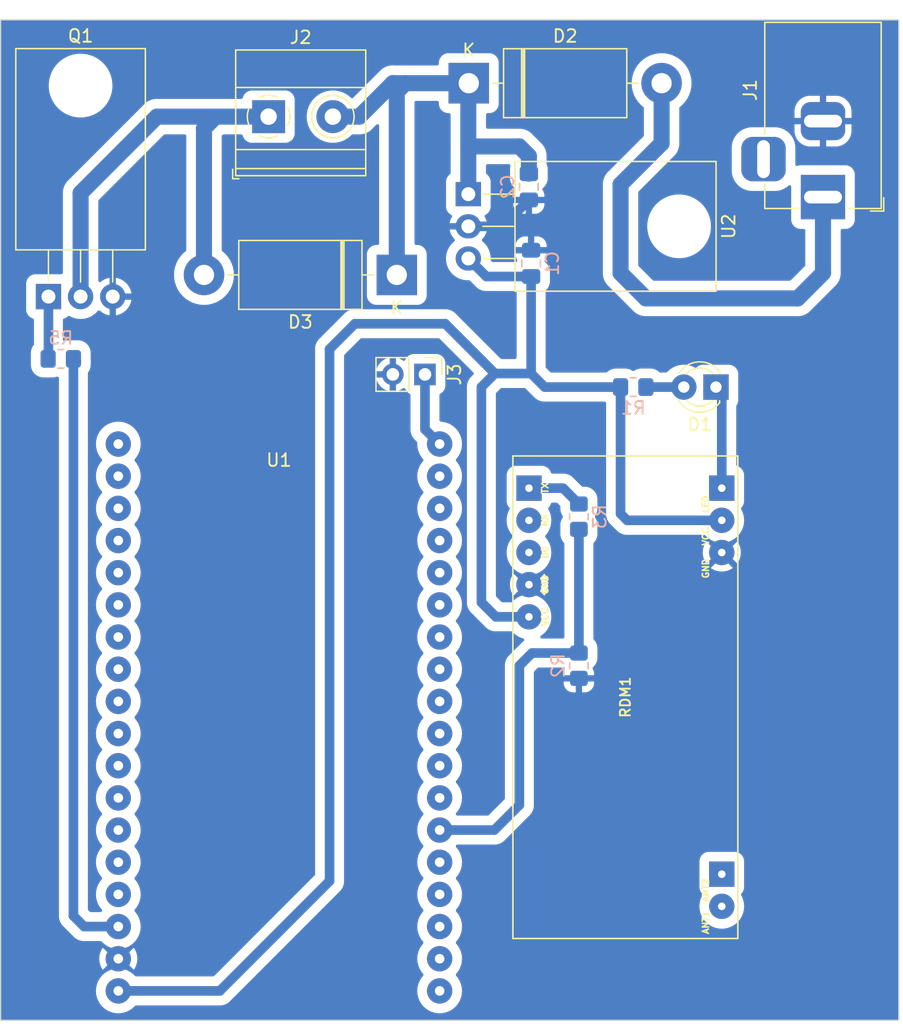
<source format=kicad_pcb>
(kicad_pcb (version 20221018) (generator pcbnew)
  (layers (0 "F.Cu" signal) (31 "B.Cu" signal) (34 "B.Paste" user) (35 "F.Paste" user) (36 "B.SilkS" user "B.Silkscreen") (37 "F.SilkS" user "F.Silkscreen") (38 "B.Mask" user) (39 "F.Mask" user) (44 "Edge.Cuts" user))
  (net 0 "")
  (net 14 "OPEN_BUTTON")
  (net 35 "Net-(D1-K)")
  (net 36 "Net-(D1-A)")
  (net 37 "+5V")
  (net 38 "Net-(U1-GPIO15_ADC2-CH3_HSPI-CS0_RTC-GPIO13)")
  (net 39 "GND")
  (net 40 "Net-(R3-Pad2)")
  (net 41 "+12V")
  (net 42 "Net-(D2-A)")
  (net 43 "Net-(D3-A)")
  (net 44 "Net-(Q1-B)")
  (net 45 "OPEN")
  (net 46 "unconnected-(U1-GPIO8_SDI{slash}SD1-Pad22)")
  (footprint "Diode_THT:D_DO-201AD_P15.24mm_Horizontal" (layer "F.Cu") (at 120.0026 55.0052)
    (fp_text reference "D2" (at 7.62 -3.72) (layer "F.SilkS"))
    (fp_text value "1N5401")
    (fp_text user "K" (at 0 -2.6) (layer "F.SilkS"))
    (fp_line (start 1.84 0) (end 2.75 0) (stroke (width 0.12)) (layer "F.SilkS"))
    (fp_line (start 2.75 -2.72) (end 2.75 2.72) (stroke (width 0.12)) (layer "F.SilkS"))
    (fp_line (start 2.75 2.72) (end 12.49 2.72) (stroke (width 0.12)) (layer "F.SilkS"))
    (fp_line (start 4.175 -2.72) (end 4.175 2.72) (stroke (width 0.12)) (layer "F.SilkS"))
    (fp_line (start 4.295 -2.72) (end 4.295 2.72) (stroke (width 0.12)) (layer "F.SilkS"))
    (fp_line (start 4.415 -2.72) (end 4.415 2.72) (stroke (width 0.12)) (layer "F.SilkS"))
    (fp_line (start 12.49 -2.72) (end 2.75 -2.72) (stroke (width 0.12)) (layer "F.SilkS"))
    (fp_line (start 12.49 2.72) (end 12.49 -2.72) (stroke (width 0.12)) (layer "F.SilkS"))
    (fp_line (start 13.4 0) (end 12.49 0) (stroke (width 0.12)) (layer "F.SilkS"))
    (pad "1" thru_hole rect (at 0 0) (size 3.2 3.2) (drill 1.6) (layers "*.Cu" "*.Mask") (net 41 "+12V"))
    (pad "2" thru_hole oval (at 15.24 0) (size 3.2 3.2) (drill 1.6) (layers "*.Cu" "*.Mask") (net 42 "Net-(D2-A)"))
  )
  (footprint "LED_THT:LED_D3.0mm" (layer "F.Cu") (at 139.54 79 180)
    (fp_text reference "D1" (at 1.27 -2.96) (layer "F.SilkS"))
    (fp_text value "LED")
    (fp_line (start -0.29 -1.236) (end -0.29 -1.08) (stroke (width 0.12)) (layer "F.SilkS"))
    (fp_line (start -0.29 1.08) (end -0.29 1.236) (stroke (width 0.12)) (layer "F.SilkS"))
    (fp_arc (start -0.29 -1.235516) (mid 1.366487 -1.987659) (end 2.942335 -1.078608) (stroke (width 0.12)) (layer "F.SilkS"))
    (fp_arc (start 0.229039 -1.08) (mid 1.270117 -1.5) (end 2.31113 -1.079837) (stroke (width 0.12)) (layer "F.SilkS"))
    (fp_arc (start 2.31113 1.079837) (mid 1.270117 1.5) (end 0.229039 1.08) (stroke (width 0.12)) (layer "F.SilkS"))
    (fp_arc (start 2.942335 1.078608) (mid 1.366487 1.987659) (end -0.29 1.235516) (stroke (width 0.12)) (layer "F.SilkS"))
    (pad "1" thru_hole rect (at 0 0 180) (size 2 2) (drill 0.9) (layers "*.Cu" "*.Mask") (net 35 "Net-(D1-K)"))
    (pad "2" thru_hole circle (at 2.54 0 180) (size 2 2) (drill 0.9) (layers "*.Cu" "*.Mask") (net 36 "Net-(D1-A)"))
  )
  (footprint "Diode_THT:D_DO-201AD_P15.24mm_Horizontal" (layer "F.Cu") (at 114.313 70.1436 180)
    (fp_text reference "D3" (at 7.62 -3.72) (layer "F.SilkS"))
    (fp_text value "1N5401")
    (fp_text user "K" (at 0 -2.6) (layer "F.SilkS"))
    (fp_line (start 1.84 0) (end 2.75 0) (stroke (width 0.12)) (layer "F.SilkS"))
    (fp_line (start 2.75 -2.72) (end 2.75 2.72) (stroke (width 0.12)) (layer "F.SilkS"))
    (fp_line (start 2.75 2.72) (end 12.49 2.72) (stroke (width 0.12)) (layer "F.SilkS"))
    (fp_line (start 4.175 -2.72) (end 4.175 2.72) (stroke (width 0.12)) (layer "F.SilkS"))
    (fp_line (start 4.295 -2.72) (end 4.295 2.72) (stroke (width 0.12)) (layer "F.SilkS"))
    (fp_line (start 4.415 -2.72) (end 4.415 2.72) (stroke (width 0.12)) (layer "F.SilkS"))
    (fp_line (start 12.49 -2.72) (end 2.75 -2.72) (stroke (width 0.12)) (layer "F.SilkS"))
    (fp_line (start 12.49 2.72) (end 12.49 -2.72) (stroke (width 0.12)) (layer "F.SilkS"))
    (fp_line (start 13.4 0) (end 12.49 0) (stroke (width 0.12)) (layer "F.SilkS"))
    (pad "1" thru_hole rect (at 0 0 180) (size 3.2 3.2) (drill 1.6) (layers "*.Cu" "*.Mask") (net 41 "+12V"))
    (pad "2" thru_hole oval (at 15.24 0 180) (size 3.2 3.2) (drill 1.6) (layers "*.Cu" "*.Mask") (net 43 "Net-(D3-A)"))
  )
  (footprint "Connector_PinHeader_2.54mm:PinHeader_1x02_P2.54mm_Vertical" (layer "F.Cu") (at 116.54 78 -90)
    (fp_text reference "J3" (at 0 -2.33 90) (layer "F.SilkS"))
    (fp_text value "Conn_01x02_Pin")
    (fp_line (start -1.33 -1.33) (end 0 -1.33) (stroke (width 0.12)) (layer "F.SilkS"))
    (fp_line (start -1.33 0) (end -1.33 -1.33) (stroke (width 0.12)) (layer "F.SilkS"))
    (fp_line (start -1.33 1.27) (end -1.33 3.87) (stroke (width 0.12)) (layer "F.SilkS"))
    (fp_line (start -1.33 1.27) (end 1.33 1.27) (stroke (width 0.12)) (layer "F.SilkS"))
    (fp_line (start -1.33 3.87) (end 1.33 3.87) (stroke (width 0.12)) (layer "F.SilkS"))
    (fp_line (start 1.33 1.27) (end 1.33 3.87) (stroke (width 0.12)) (layer "F.SilkS"))
    (pad "1" thru_hole rect (at 0 0 270) (size 1.7 1.7) (drill 1) (layers "*.Cu" "*.Mask") (net 14 "OPEN_BUTTON"))
    (pad "2" thru_hole oval (at 0 2.54 270) (size 1.7 1.7) (drill 1) (layers "*.Cu" "*.Mask") (net 39 "GND"))
  )
  (footprint "esp32-devkit:ESP32-DOIT-DEVKIT" (layer "F.Cu") (at 105 80.9575)
    (fp_text reference "U1" (at 0 3.81) (layer "F.SilkS"))
    (fp_text value "DOIT-ESP32-DEVKIT-V1")
    (pad "1" thru_hole circle (at -12.7 2.54) (size 2 2) (drill 0.762) (layers "*.Cu" "*.Mask"))
    (pad "2" thru_hole circle (at -12.7 5.08) (size 2 2) (drill 0.762) (layers "*.Cu" "*.Mask"))
    (pad "3" thru_hole circle (at -12.7 7.62) (size 2 2) (drill 0.762) (layers "*.Cu" "*.Mask"))
    (pad "4" thru_hole circle (at -12.7 10.16) (size 2 2) (drill 0.762) (layers "*.Cu" "*.Mask"))
    (pad "5" thru_hole circle (at -12.7 12.7) (size 2 2) (drill 0.762) (layers "*.Cu" "*.Mask"))
    (pad "6" thru_hole circle (at -12.7 15.24) (size 2 2) (drill 0.762) (layers "*.Cu" "*.Mask"))
    (pad "7" thru_hole circle (at -12.7 17.78) (size 2 2) (drill 0.762) (layers "*.Cu" "*.Mask"))
    (pad "8" thru_hole circle (at -12.7 20.32) (size 2 2) (drill 0.762) (layers "*.Cu" "*.Mask"))
    (pad "9" thru_hole circle (at -12.7 22.86) (size 2 2) (drill 0.762) (layers "*.Cu" "*.Mask"))
    (pad "10" thru_hole circle (at -12.7 25.4) (size 2 2) (drill 0.762) (layers "*.Cu" "*.Mask"))
    (pad "11" thru_hole circle (at -12.7 27.94) (size 2 2) (drill 0.762) (layers "*.Cu" "*.Mask"))
    (pad "12" thru_hole circle (at -12.7 30.48) (size 2 2) (drill 0.762) (layers "*.Cu" "*.Mask"))
    (pad "13" thru_hole circle (at -12.7 33.02) (size 2 2) (drill 0.762) (layers "*.Cu" "*.Mask"))
    (pad "14" thru_hole circle (at -12.7 35.56) (size 2 2) (drill 0.762) (layers "*.Cu" "*.Mask"))
    (pad "15" thru_hole circle (at -12.7 38.1) (size 2 2) (drill 0.762) (layers "*.Cu" "*.Mask"))
    (pad "16" thru_hole circle (at -12.7 40.64) (size 2 2) (drill 0.762) (layers "*.Cu" "*.Mask") (net 45 "OPEN"))
    (pad "17" thru_hole circle (at -12.7 43.18) (size 2 2) (drill 0.762) (layers "*.Cu" "*.Mask") (net 39 "GND"))
    (pad "18" thru_hole circle (at -12.7 45.72) (size 2 2) (drill 0.762) (layers "*.Cu" "*.Mask") (net 37 "+5V"))
    (pad "19" thru_hole circle (at 12.7 45.72) (size 2 2) (drill 0.762) (layers "*.Cu" "*.Mask"))
    (pad "20" thru_hole circle (at 12.7 43.18) (size 2 2) (drill 0.762) (layers "*.Cu" "*.Mask"))
    (pad "21" thru_hole circle (at 12.7 40.64) (size 2 2) (drill 0.762) (layers "*.Cu" "*.Mask"))
    (pad "22" thru_hole circle (at 12.7 38.1) (size 2 2) (drill 0.762) (layers "*.Cu" "*.Mask") (net 46 "unconnected-(U1-GPIO8_SDI{slash}SD1-Pad22)"))
    (pad "23" thru_hole circle (at 12.7 35.56) (size 2 2) (drill 0.762) (layers "*.Cu" "*.Mask"))
    (pad "24" thru_hole circle (at 12.7 33.02) (size 2 2) (drill 0.762) (layers "*.Cu" "*.Mask") (net 38 "Net-(U1-GPIO15_ADC2-CH3_HSPI-CS0_RTC-GPIO13)"))
    (pad "25" thru_hole circle (at 12.7 30.48) (size 2 2) (drill 0.762) (layers "*.Cu" "*.Mask"))
    (pad "26" thru_hole circle (at 12.7 27.94) (size 2 2) (drill 0.762) (layers "*.Cu" "*.Mask"))
    (pad "27" thru_hole circle (at 12.7 25.4) (size 2 2) (drill 0.762) (layers "*.Cu" "*.Mask"))
    (pad "28" thru_hole circle (at 12.7 22.86) (size 2 2) (drill 0.762) (layers "*.Cu" "*.Mask"))
    (pad "29" thru_hole circle (at 12.7 20.32) (size 2 2) (drill 0.762) (layers "*.Cu" "*.Mask"))
    (pad "30" thru_hole circle (at 12.7 17.78) (size 2 2) (drill 0.762) (layers "*.Cu" "*.Mask"))
    (pad "31" thru_hole circle (at 12.7 15.24) (size 2 2) (drill 0.762) (layers "*.Cu" "*.Mask"))
    (pad "32" thru_hole circle (at 12.7 12.7) (size 2 2) (drill 0.762) (layers "*.Cu" "*.Mask"))
    (pad "33" thru_hole circle (at 12.7 10.16) (size 2 2) (drill 0.762) (layers "*.Cu" "*.Mask"))
    (pad "34" thru_hole circle (at 12.7 7.62) (size 2 2) (drill 0.762) (layers "*.Cu" "*.Mask"))
    (pad "35" thru_hole circle (at 12.7 5.08) (size 2 2) (drill 0.762) (layers "*.Cu" "*.Mask"))
    (pad "36" thru_hole circle (at 12.7 2.54) (size 2 2) (drill 0.762) (layers "*.Cu" "*.Mask") (net 14 "OPEN_BUTTON"))
  )
  (footprint "Package_TO_SOT_THT:TO-220-3_Horizontal_TabDown" (layer "F.Cu") (at 86.7794 71.8552)
    (fp_text reference "Q1" (at 2.54 -20.58) (layer "F.SilkS"))
    (fp_text value "TIP122")
    (fp_line (start -2.58 -19.58) (end -2.58 -3.69) (stroke (width 0.12)) (layer "F.SilkS"))
    (fp_line (start -2.58 -19.58) (end 7.66 -19.58) (stroke (width 0.12)) (layer "F.SilkS"))
    (fp_line (start -2.58 -3.69) (end 7.66 -3.69) (stroke (width 0.12)) (layer "F.SilkS"))
    (fp_line (start 0 -3.69) (end 0 -1.15) (stroke (width 0.12)) (layer "F.SilkS"))
    (fp_line (start 2.54 -3.69) (end 2.54 -1.15) (stroke (width 0.12)) (layer "F.SilkS"))
    (fp_line (start 5.08 -3.69) (end 5.08 -1.15) (stroke (width 0.12)) (layer "F.SilkS"))
    (fp_line (start 7.66 -19.58) (end 7.66 -3.69) (stroke (width 0.12)) (layer "F.SilkS"))
    (pad "" np_thru_hole oval (at 2.54 -16.66) (size 3.5 3.5) (drill 3.5) (layers "*.Cu" "*.Mask"))
    (pad "1" thru_hole rect (at 0 0) (size 2 2) (drill 1.1) (layers "*.Cu" "*.Mask") (net 44 "Net-(Q1-B)"))
    (pad "2" thru_hole oval (at 2.54 0) (size 2 2) (drill 1.1) (layers "*.Cu" "*.Mask") (net 43 "Net-(D3-A)"))
    (pad "3" thru_hole oval (at 5.08 0) (size 2 2) (drill 1.1) (layers "*.Cu" "*.Mask") (net 39 "GND"))
  )
  (footprint "TerminalBlock_Phoenix:TerminalBlock_Phoenix_MKDS-1,5-2-5.08_1x02_P5.08mm_Horizontal" (layer "F.Cu") (at 104.1784 57.6468)
    (fp_text reference "J2" (at 2.54 -6.26) (layer "F.SilkS"))
    (fp_text value "Screw_Terminal_01x02")
    (fp_line (start -2.84 4.16) (end -2.84 4.9) (stroke (width 0.12)) (layer "F.SilkS"))
    (fp_line (start -2.84 4.9) (end -2.34 4.9) (stroke (width 0.12)) (layer "F.SilkS"))
    (fp_line (start -2.6 -5.261) (end -2.6 4.66) (stroke (width 0.12)) (layer "F.SilkS"))
    (fp_line (start -2.6 -5.261) (end 7.68 -5.261) (stroke (width 0.12)) (layer "F.SilkS"))
    (fp_line (start -2.6 -2.301) (end 7.68 -2.301) (stroke (width 0.12)) (layer "F.SilkS"))
    (fp_line (start -2.6 2.6) (end 7.68 2.6) (stroke (width 0.12)) (layer "F.SilkS"))
    (fp_line (start -2.6 4.1) (end 7.68 4.1) (stroke (width 0.12)) (layer "F.SilkS"))
    (fp_line (start -2.6 4.66) (end 7.68 4.66) (stroke (width 0.12)) (layer "F.SilkS"))
    (fp_line (start 3.853 1.023) (end 3.806 1.069) (stroke (width 0.12)) (layer "F.SilkS"))
    (fp_line (start 4.046 1.239) (end 4.011 1.274) (stroke (width 0.12)) (layer "F.SilkS"))
    (fp_line (start 6.15 -1.275) (end 6.115 -1.239) (stroke (width 0.12)) (layer "F.SilkS"))
    (fp_line (start 6.355 -1.069) (end 6.308 -1.023) (stroke (width 0.12)) (layer "F.SilkS"))
    (fp_line (start 7.68 -5.261) (end 7.68 4.66) (stroke (width 0.12)) (layer "F.SilkS"))
    (fp_arc (start -1.535427 0.683042) (mid -1.680501 -0.000524) (end -1.535 -0.684) (stroke (width 0.12)) (layer "F.SilkS"))
    (fp_arc (start -0.683042 -1.535427) (mid 0.000524 -1.680501) (end 0.684 -1.535) (stroke (width 0.12)) (layer "F.SilkS"))
    (fp_arc (start 0.028805 1.680253) (mid -0.335551 1.646659) (end -0.684 1.535) (stroke (width 0.12)) (layer "F.SilkS"))
    (fp_arc (start 0.683318 1.534756) (mid 0.349292 1.643288) (end 0 1.68) (stroke (width 0.12)) (layer "F.SilkS"))
    (fp_arc (start 1.535427 -0.683042) (mid 1.680501 0.000524) (end 1.535 0.684) (stroke (width 0.12)) (layer "F.SilkS"))
    (fp_circle (center 5.08 0) (end 6.76 0) (stroke (width 0.12)) (fill none) (layer "F.SilkS"))
    (pad "1" thru_hole rect (at 0 0) (size 2.6 2.6) (drill 1.3) (layers "*.Cu" "*.Mask") (net 43 "Net-(D3-A)"))
    (pad "2" thru_hole circle (at 5.08 0) (size 2.6 2.6) (drill 1.3) (layers "*.Cu" "*.Mask") (net 41 "+12V"))
  )
  (footprint "Connector_BarrelJack:BarrelJack_Horizontal" (layer "F.Cu") (at 148 64 -90)
    (fp_text reference "J1" (at -8.45 5.75 90) (layer "F.SilkS"))
    (fp_text value "Barrel_Jack_MountingPin")
    (fp_line (start -13.8 -4.6) (end 0.9 -4.6) (stroke (width 0.12)) (layer "F.SilkS"))
    (fp_line (start -13.8 4.6) (end -13.8 -4.6) (stroke (width 0.12)) (layer "F.SilkS"))
    (fp_line (start -5 4.6) (end -13.8 4.6) (stroke (width 0.12)) (layer "F.SilkS"))
    (fp_line (start 0.05 -4.8) (end 1.1 -4.8) (stroke (width 0.12)) (layer "F.SilkS"))
    (fp_line (start 0.9 -4.6) (end 0.9 -2) (stroke (width 0.12)) (layer "F.SilkS"))
    (fp_line (start 0.9 1.9) (end 0.9 4.6) (stroke (width 0.12)) (layer "F.SilkS"))
    (fp_line (start 0.9 4.6) (end -1 4.6) (stroke (width 0.12)) (layer "F.SilkS"))
    (fp_line (start 1.1 -3.75) (end 1.1 -4.8) (stroke (width 0.12)) (layer "F.SilkS"))
    (pad "1" thru_hole rect (at 0 0 270) (size 3.5 3.5) (drill oval 1 3) (layers "*.Cu" "*.Mask") (net 42 "Net-(D2-A)"))
    (pad "2" thru_hole roundrect (at -6 0 270) (size 3 3.5) (drill oval 1 3) (layers "*.Cu" "*.Mask") (net 39 "GND"))
    (pad "3" thru_hole roundrect (at -3 4.7 270) (size 3.5 3.5) (drill oval 3 1) (layers "*.Cu" "*.Mask"))
  )
  (footprint "Package_TO_SOT_THT:TO-220-3_Horizontal_TabDown" (layer "F.Cu") (at 119.9674 63.7682 -90)
    (fp_text reference "U2" (at 2.54 -20.58 90) (layer "F.SilkS"))
    (fp_text value "LM7805_TO220")
    (fp_line (start -2.58 -19.58) (end -2.58 -3.69) (stroke (width 0.12)) (layer "F.SilkS"))
    (fp_line (start -2.58 -19.58) (end 7.66 -19.58) (stroke (width 0.12)) (layer "F.SilkS"))
    (fp_line (start -2.58 -3.69) (end 7.66 -3.69) (stroke (width 0.12)) (layer "F.SilkS"))
    (fp_line (start 0 -3.69) (end 0 -1.15) (stroke (width 0.12)) (layer "F.SilkS"))
    (fp_line (start 2.54 -3.69) (end 2.54 -1.15) (stroke (width 0.12)) (layer "F.SilkS"))
    (fp_line (start 5.08 -3.69) (end 5.08 -1.15) (stroke (width 0.12)) (layer "F.SilkS"))
    (fp_line (start 7.66 -19.58) (end 7.66 -3.69) (stroke (width 0.12)) (layer "F.SilkS"))
    (pad "" np_thru_hole oval (at 2.54 -16.66 270) (size 3.5 3.5) (drill 3.5) (layers "*.Cu" "*.Mask"))
    (pad "1" thru_hole rect (at 0 0 270) (size 1.905 2) (drill 1.1) (layers "*.Cu" "*.Mask") (net 41 "+12V"))
    (pad "2" thru_hole oval (at 2.54 0 270) (size 1.905 2) (drill 1.1) (layers "*.Cu" "*.Mask") (net 39 "GND"))
    (pad "3" thru_hole oval (at 5.08 0 270) (size 1.905 2) (drill 1.1) (layers "*.Cu" "*.Mask") (net 37 "+5V"))
  )
  (footprint "rdm:RDM6300" (layer "F.Cu") (at 132.38 103.49 90)
    (fp_text reference "RDM1" (at 0 0 90) (layer "F.SilkS") (effects (font (size 0.787402 0.787402))))
    (fp_text value "RDM6300")
    (fp_text user "RX" (at 13.97 -6.35 90) (layer "F.SilkS") (effects (font (size 0.5 0.5))))
    (fp_text user "ANT2" (at -15.24 6.35 90) (layer "F.SilkS") (effects (font (size 0.5 0.5))))
    (fp_text user "VCC" (at 6.35 -6.35 90) (layer "F.SilkS") (effects (font (size 0.5 0.5))))
    (fp_text user "ANT1" (at -17.78 6.35 90) (layer "F.SilkS") (effects (font (size 0.5 0.5))))
    (fp_text user "LED" (at 15.24 6.35 90) (layer "F.SilkS") (effects (font (size 0.5 0.5))))
    (fp_text user "VCC" (at 12.7 6.35 90) (layer "F.SilkS") (effects (font (size 0.5 0.5))))
    (fp_text user "GND" (at 10.16 6.35 90) (layer "F.SilkS") (effects (font (size 0.5 0.5))))
    (fp_text user "TX" (at 16.51 -6.35 90) (layer "F.SilkS") (effects (font (size 0.5 0.5))))
    (fp_text user "D0" (at 11.43 -6.35 90) (layer "F.SilkS") (effects (font (size 0.5 0.5))))
    (fp_text user "GND" (at 8.89 -6.35 90) (layer "F.SilkS") (effects (font (size 0.5 0.5))))
    (fp_line (start -19.05 -8.89) (end -19.05 8.89) (stroke (width 0.127)) (layer "F.SilkS"))
    (fp_line (start -19.05 8.89) (end 19.05 8.89) (stroke (width 0.127)) (layer "F.SilkS"))
    (fp_line (start 19.05 -8.89) (end -19.05 -8.89) (stroke (width 0.127)) (layer "F.SilkS"))
    (fp_line (start 19.05 8.89) (end 19.05 -8.89) (stroke (width 0.127)) (layer "F.SilkS"))
    (pad "ANT1" thru_hole circle (at -16.51 7.62 90) (size 2 2) (drill 0.6) (layers "*.Cu" "*.Mask"))
    (pad "ANT2" thru_hole rect (at -13.97 7.62 90) (size 2 2) (drill 0.6) (layers "*.Cu" "*.Mask"))
    (pad "D0" thru_hole circle (at 11.43 -7.62 90) (size 2 2) (drill 0.6) (layers "*.Cu" "*.Mask"))
    (pad "GND" thru_hole circle (at 8.89 -7.62 90) (size 2 2) (drill 0.6) (layers "*.Cu" "*.Mask") (net 39 "GND"))
    (pad "GND1" thru_hole circle (at 11.43 7.62 90) (size 2 2) (drill 0.6) (layers "*.Cu" "*.Mask") (net 39 "GND"))
    (pad "LED" thru_hole rect (at 16.51 7.62 90) (size 2 2) (drill 0.6) (layers "*.Cu" "*.Mask") (net 35 "Net-(D1-K)"))
    (pad "RX" thru_hole circle (at 13.97 -7.62 90) (size 2 2) (drill 0.6) (layers "*.Cu" "*.Mask"))
    (pad "TX" thru_hole rect (at 16.51 -7.62 90) (size 2 2) (drill 0.6) (layers "*.Cu" "*.Mask") (net 40 "Net-(R3-Pad2)"))
    (pad "VCC" thru_hole circle (at 6.35 -7.62 90) (size 2 2) (drill 0.6) (layers "*.Cu" "*.Mask") (net 37 "+5V"))
    (pad "VCC1" thru_hole circle (at 13.97 7.62 90) (size 2 2) (drill 0.6) (layers "*.Cu" "*.Mask") (net 37 "+5V"))
  )
  (footprint "Resistor_SMD:R_0805_2012Metric_Pad1.20x1.40mm_HandSolder" (layer "B.Cu") (at 128.7062 101 -90)
    (fp_text reference "R2" (at 0 1.65 90) (layer "B.SilkS") (effects (justify mirror)))
    (fp_text value "R")
    (fp_line (start -0.227064 -0.735) (end 0.227064 -0.735) (stroke (width 0.12)) (layer "B.SilkS"))
    (fp_line (start -0.227064 0.735) (end 0.227064 0.735) (stroke (width 0.12)) (layer "B.SilkS"))
    (pad "1" smd roundrect (at -1 0 270) (size 1.2 1.4) (layers "B.Cu" "B.Paste" "B.Mask") (roundrect_rratio 0.2083333333) (net 38 "Net-(U1-GPIO15_ADC2-CH3_HSPI-CS0_RTC-GPIO13)"))
    (pad "2" smd roundrect (at 1 0 270) (size 1.2 1.4) (layers "B.Cu" "B.Paste" "B.Mask") (roundrect_rratio 0.2083333333) (net 39 "GND"))
  )
  (footprint "Resistor_SMD:R_0805_2012Metric_Pad1.20x1.40mm_HandSolder" (layer "B.Cu") (at 87.754 76.773 180)
    (fp_text reference "R5" (at 0 1.65) (layer "B.SilkS") (effects (justify mirror)))
    (fp_text value "R")
    (fp_line (start -0.227064 -0.735) (end 0.227064 -0.735) (stroke (width 0.12)) (layer "B.SilkS"))
    (fp_line (start -0.227064 0.735) (end 0.227064 0.735) (stroke (width 0.12)) (layer "B.SilkS"))
    (pad "1" smd roundrect (at -1 0 180) (size 1.2 1.4) (layers "B.Cu" "B.Paste" "B.Mask") (roundrect_rratio 0.2083333333) (net 45 "OPEN"))
    (pad "2" smd roundrect (at 1 0 180) (size 1.2 1.4) (layers "B.Cu" "B.Paste" "B.Mask") (roundrect_rratio 0.2083333333) (net 44 "Net-(Q1-B)"))
  )
  (footprint "Resistor_SMD:R_0805_2012Metric_Pad1.20x1.40mm_HandSolder" (layer "B.Cu") (at 133 79)
    (fp_text reference "R1" (at 0 1.65) (layer "B.SilkS") (effects (justify mirror)))
    (fp_text value "R")
    (fp_line (start -0.227064 -0.735) (end 0.227064 -0.735) (stroke (width 0.12)) (layer "B.SilkS"))
    (fp_line (start -0.227064 0.735) (end 0.227064 0.735) (stroke (width 0.12)) (layer "B.SilkS"))
    (pad "1" smd roundrect (at -1 0) (size 1.2 1.4) (layers "B.Cu" "B.Paste" "B.Mask") (roundrect_rratio 0.2083333333) (net 37 "+5V"))
    (pad "2" smd roundrect (at 1 0) (size 1.2 1.4) (layers "B.Cu" "B.Paste" "B.Mask") (roundrect_rratio 0.2083333333) (net 36 "Net-(D1-A)"))
  )
  (footprint "Capacitor_SMD:C_0805_2012Metric_Pad1.18x1.45mm_HandSolder" (layer "B.Cu") (at 124.9302 69.2331 90)
    (fp_text reference "C1" (at 0 1.68 90) (layer "B.SilkS") (effects (justify mirror)))
    (fp_text value "C")
    (fp_line (start -0.261252 -0.735) (end 0.261252 -0.735) (stroke (width 0.12)) (layer "B.SilkS"))
    (fp_line (start -0.261252 0.735) (end 0.261252 0.735) (stroke (width 0.12)) (layer "B.SilkS"))
    (pad "1" smd roundrect (at -1.0375 0 90) (size 1.175 1.45) (layers "B.Cu" "B.Paste" "B.Mask") (roundrect_rratio 0.2127659574) (net 37 "+5V"))
    (pad "2" smd roundrect (at 1.0375 0 90) (size 1.175 1.45) (layers "B.Cu" "B.Paste" "B.Mask") (roundrect_rratio 0.2127659574) (net 39 "GND"))
  )
  (footprint "Capacitor_SMD:C_0805_2012Metric_Pad1.18x1.45mm_HandSolder" (layer "B.Cu") (at 124.7524 63.1879 -90)
    (fp_text reference "C2" (at 0 1.68 90) (layer "B.SilkS") (effects (justify mirror)))
    (fp_text value "C")
    (fp_line (start -0.261252 -0.735) (end 0.261252 -0.735) (stroke (width 0.12)) (layer "B.SilkS"))
    (fp_line (start -0.261252 0.735) (end 0.261252 0.735) (stroke (width 0.12)) (layer "B.SilkS"))
    (pad "1" smd roundrect (at -1.0375 0 270) (size 1.175 1.45) (layers "B.Cu" "B.Paste" "B.Mask") (roundrect_rratio 0.2127659574) (net 41 "+12V"))
    (pad "2" smd roundrect (at 1.0375 0 270) (size 1.175 1.45) (layers "B.Cu" "B.Paste" "B.Mask") (roundrect_rratio 0.2127659574) (net 39 "GND"))
  )
  (footprint "Resistor_SMD:R_0805_2012Metric_Pad1.20x1.40mm_HandSolder" (layer "B.Cu") (at 128.7062 89.2336 90)
    (fp_text reference "R3" (at 0 1.65 90) (layer "B.SilkS") (effects (justify mirror)))
    (fp_text value "R")
    (fp_line (start -0.227064 -0.735) (end 0.227064 -0.735) (stroke (width 0.12)) (layer "B.SilkS"))
    (fp_line (start -0.227064 0.735) (end 0.227064 0.735) (stroke (width 0.12)) (layer "B.SilkS"))
    (pad "1" smd roundrect (at -1 0 90) (size 1.2 1.4) (layers "B.Cu" "B.Paste" "B.Mask") (roundrect_rratio 0.2083333333) (net 38 "Net-(U1-GPIO15_ADC2-CH3_HSPI-CS0_RTC-GPIO13)"))
    (pad "2" smd roundrect (at 1 0 90) (size 1.2 1.4) (layers "B.Cu" "B.Paste" "B.Mask") (roundrect_rratio 0.2083333333) (net 40 "Net-(R3-Pad2)"))
  )
  (gr_line (start 83 129) (end 154 129) (stroke (width 0.1)) (layer "Edge.Cuts"))
  (gr_line (start 83 50) (end 83 129) (stroke (width 0.1)) (layer "Edge.Cuts"))
  (gr_line (start 154 129) (end 154 50) (stroke (width 0.1)) (layer "Edge.Cuts"))
  (gr_line (start 154 50) (end 83 50) (stroke (width 0.1)) (layer "Edge.Cuts"))
  (segment (start 116.54 78) (end 116.54 82.3375) (width 0.762) (layer "B.Cu") (net 14))
  (segment (start 116.54 82.3375) (end 117.7 83.4975) (width 0.762) (layer "B.Cu") (net 14))
  (segment (start 140 79.46) (end 139.54 79) (width 0.762) (layer "B.Cu") (net 35))
  (segment (start 140 86.98) (end 140 79.46) (width 0.762) (layer "B.Cu") (net 35))
  (segment (start 134 79) (end 137 79) (width 0.762) (layer "B.Cu") (net 36))
  (segment (start 109 76) (end 109 118) (width 0.762) (layer "B.Cu") (net 37))
  (segment (start 118.1396 74) (end 111 74) (width 0.762) (layer "B.Cu") (net 37))
  (segment (start 140 89.52) (end 132.52 89.52) (width 0.762) (layer "B.Cu") (net 37))
  (segment (start 124.9302 70.2706) (end 124.9302 77.9302) (width 0.762) (layer "B.Cu") (net 37))
  (segment (start 121.3898 70.2706) (end 119.9674 68.8482) (width 0.762) (layer "B.Cu") (net 37))
  (segment (start 124.76 97.14) (end 122.14 97.14) (width 0.762) (layer "B.Cu") (net 37))
  (segment (start 122.14 97.14) (end 121 96) (width 0.762) (layer "B.Cu") (net 37))
  (segment (start 121 79) (end 122.0698 77.9302) (width 0.762) (layer "B.Cu") (net 37))
  (segment (start 121 96) (end 121 79) (width 0.762) (layer "B.Cu") (net 37))
  (segment (start 122.0698 77.9302) (end 124.9302 77.9302) (width 0.762) (layer "B.Cu") (net 37))
  (segment (start 109 118) (end 100.3225 126.6775) (width 0.762) (layer "B.Cu") (net 37))
  (segment (start 126 79) (end 132 79) (width 0.762) (layer "B.Cu") (net 37))
  (segment (start 119.9674 68.8482) (end 119.9674 68.9674) (width 0.762) (layer "B.Cu") (net 37))
  (segment (start 124.9302 70.2706) (end 121.3898 70.2706) (width 0.762) (layer "B.Cu") (net 37))
  (segment (start 124.9302 77.9302) (end 126 79) (width 0.762) (layer "B.Cu") (net 37))
  (segment (start 122.0698 77.9302) (end 118.1396 74) (width 0.762) (layer "B.Cu") (net 37))
  (segment (start 132.52 89.52) (end 132 89) (width 0.762) (layer "B.Cu") (net 37))
  (segment (start 100.3225 126.6775) (end 92.3 126.6775) (width 0.762) (layer "B.Cu") (net 37))
  (segment (start 111 74) (end 109 76) (width 0.762) (layer "B.Cu") (net 37))
  (segment (start 132 89) (end 132 79) (width 0.762) (layer "B.Cu") (net 37))
  (segment (start 128.7062 100) (end 128.7062 90.2336) (width 0.762) (layer "B.Cu") (net 38))
  (segment (start 122.0225 113.9775) (end 124 112) (width 0.762) (layer "B.Cu") (net 38))
  (segment (start 124 112) (end 124 101) (width 0.762) (layer "B.Cu") (net 38))
  (segment (start 124 101) (end 125 100) (width 0.762) (layer "B.Cu") (net 38))
  (segment (start 117.7 113.9775) (end 122.0225 113.9775) (width 0.762) (layer "B.Cu") (net 38))
  (segment (start 125 100) (end 128.7062 100) (width 0.762) (layer "B.Cu") (net 38))
  (segment (start 122.6696 66.3082) (end 124.7524 64.2254) (width 0.762) (layer "B.Cu") (net 39))
  (segment (start 119.9674 66.3082) (end 122.6696 66.3082) (width 0.762) (layer "B.Cu") (net 39))
  (segment (start 127.4526 86.98) (end 128.7062 88.2336) (width 0.762) (layer "B.Cu") (net 40))
  (segment (start 124.76 86.98) (end 127.4526 86.98) (width 0.762) (layer "B.Cu") (net 40))
  (segment (start 109.2584 57.6468) (end 111.3532 57.6468) (width 1.27) (layer "B.Cu") (net 41))
  (segment (start 114.0052 55.0052) (end 115 55.0052) (width 1.27) (layer "B.Cu") (net 41))
  (segment (start 119.9674 63.7682) (end 119.9674 60) (width 1.27) (layer "B.Cu") (net 41))
  (segment (start 114.313 55.6922) (end 115 55.0052) (width 1.27) (layer "B.Cu") (net 41))
  (segment (start 124.7524 62.1504) (end 124.7524 60.7524) (width 1.27) (layer "B.Cu") (net 41))
  (segment (start 119.9674 60) (end 119.9674 55.0404) (width 1.27) (layer "B.Cu") (net 41))
  (segment (start 111.3532 57.6468) (end 114 55) (width 1.27) (layer "B.Cu") (net 41))
  (segment (start 119.9674 55.0404) (end 120.0026 55.0052) (width 1.27) (layer "B.Cu") (net 41))
  (segment (start 114.313 70.1436) (end 114.313 55.6922) (width 1.27) (layer "B.Cu") (net 41))
  (segment (start 114 55) (end 114.0052 55.0052) (width 1.27) (layer "B.Cu") (net 41))
  (segment (start 119.9674 60) (end 124 60) (width 1.27) (layer "B.Cu") (net 41))
  (segment (start 115 55.0052) (end 120.0026 55.0052) (width 1.27) (layer "B.Cu") (net 41))
  (segment (start 124 60) (end 124.7524 60.7524) (width 1.27) (layer "B.Cu") (net 41))
  (segment (start 132 63) (end 132 70) (width 1.27) (layer "B.Cu") (net 42))
  (segment (start 132 70) (end 134 72) (width 1.27) (layer "B.Cu") (net 42))
  (segment (start 135.2426 55.0052) (end 135.2426 59.7574) (width 1.27) (layer "B.Cu") (net 42))
  (segment (start 146 72) (end 148 70) (width 1.27) (layer "B.Cu") (net 42))
  (segment (start 135.2426 59.7574) (end 132 63) (width 1.27) (layer "B.Cu") (net 42))
  (segment (start 134 72) (end 146 72) (width 1.27) (layer "B.Cu") (net 42))
  (segment (start 148 70) (end 148 64) (width 1.27) (layer "B.Cu") (net 42))
  (segment (start 99.073 70.1436) (end 99.073 58.5738) (width 1.27) (layer "B.Cu") (net 43))
  (segment (start 95.3532 57.6468) (end 100 57.6468) (width 1.27) (layer "B.Cu") (net 43))
  (segment (start 99.073 58.5738) (end 100 57.6468) (width 1.27) (layer "B.Cu") (net 43))
  (segment (start 89.3194 63.6806) (end 95.3532 57.6468) (width 1.27) (layer "B.Cu") (net 43))
  (segment (start 89.3194 71.8552) (end 89.3194 63.6806) (width 1.27) (layer "B.Cu") (net 43))
  (segment (start 100 57.6468) (end 104.1784 57.6468) (width 1.27) (layer "B.Cu") (net 43))
  (segment (start 86.7794 76.7476) (end 86.754 76.773) (width 0.762) (layer "B.Cu") (net 44))
  (segment (start 86.7794 71.8552) (end 86.7794 76.7476) (width 0.762) (layer "B.Cu") (net 44))
  (segment (start 88.981 77) (end 88.754 76.773) (width 0.762) (layer "B.Cu") (net 45))
  (segment (start 92.3 121.5975) (end 89.5975 121.5975) (width 0.762) (layer "B.Cu") (net 45))
  (segment (start 88.754 120.754) (end 88.754 76.773) (width 0.762) (layer "B.Cu") (net 45))
  (segment (start 89.5975 121.5975) (end 88.754 120.754) (width 0.762) (layer "B.Cu") (net 45))
  (segment (start 117.9425 119.0575) (end 118 119) (width 0) (layer "B.Cu") (net 46))
  (segment (start 117.7 119.0575) (end 117.9425 119.0575) (width 0) (layer "B.Cu") (net 46))
  (zone (net 39) (net_name "GND") (layer "B.Cu") (connect_pads (clearance 0.762)) (min_thickness 0.25) (fill yes (thermal_gap 0.5) (thermal_bridge_width 0.5))
    (polygon (pts (xy 83 50) (xy 154 50) (xy 154 129) (xy 83 129) (xy 83 102)))
  )
)
</source>
